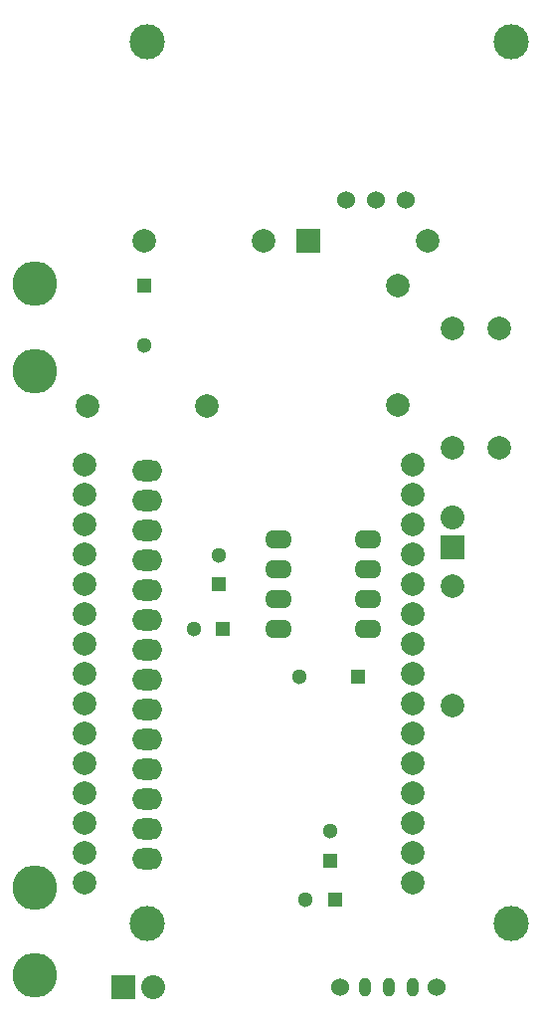
<source format=gbs>
G04 #@! TF.FileFunction,Soldermask,Bot*
%FSLAX46Y46*%
G04 Gerber Fmt 4.6, Leading zero omitted, Abs format (unit mm)*
G04 Created by KiCad (PCBNEW 4.0.2+dfsg1-stable) date Thu 25 May 2017 10:32:05 AM CEST*
%MOMM*%
G01*
G04 APERTURE LIST*
%ADD10C,0.100000*%
%ADD11C,1.998980*%
%ADD12C,2.000000*%
%ADD13O,3.800000X3.800000*%
%ADD14R,1.300000X1.300000*%
%ADD15C,1.300000*%
%ADD16O,1.000000X1.600000*%
%ADD17C,1.524000*%
%ADD18O,2.300000X1.600000*%
%ADD19R,2.000000X2.000000*%
%ADD20R,2.032000X2.032000*%
%ADD21O,2.032000X2.032000*%
%ADD22O,2.600000X1.800000*%
%ADD23C,3.000000*%
G04 APERTURE END LIST*
D10*
D11*
X163830000Y-60960000D03*
X163830000Y-50800000D03*
D12*
X165100000Y-66040000D03*
X165100000Y-68580000D03*
X165100000Y-71120000D03*
X165100000Y-73660000D03*
X165100000Y-76200000D03*
X165100000Y-78740000D03*
X165100000Y-81280000D03*
X165100000Y-83820000D03*
X165100000Y-86360000D03*
X165100000Y-88900000D03*
X165100000Y-91440000D03*
X165100000Y-93980000D03*
X165100000Y-96520000D03*
X165100000Y-99060000D03*
X165100000Y-101600000D03*
X137160000Y-101600000D03*
X137160000Y-99060000D03*
X137160000Y-96520000D03*
X137160000Y-93980000D03*
X137160000Y-91440000D03*
X137160000Y-88900000D03*
X137160000Y-86360000D03*
X137160000Y-83820000D03*
X137160000Y-81280000D03*
X137160000Y-78740000D03*
X137160000Y-76200000D03*
X137160000Y-73660000D03*
X137160000Y-71120000D03*
X137160000Y-68580000D03*
X137160000Y-66040000D03*
D11*
X168500000Y-64580000D03*
X168500000Y-54420000D03*
D13*
X133000000Y-50600000D03*
X133000000Y-58000000D03*
X133000000Y-109400000D03*
X133000000Y-102000000D03*
D14*
X160500000Y-84000000D03*
D15*
X155500000Y-84000000D03*
D11*
X172500000Y-54420000D03*
X172500000Y-64580000D03*
D16*
X163100000Y-110490000D03*
X161100000Y-110490000D03*
X165100000Y-110490000D03*
D17*
X167200000Y-110490000D03*
X159000000Y-110490000D03*
D18*
X153670000Y-72390000D03*
X153670000Y-74930000D03*
X153670000Y-77470000D03*
X153670000Y-80010000D03*
X161290000Y-80010000D03*
X161290000Y-77470000D03*
X161290000Y-74930000D03*
X161290000Y-72390000D03*
D12*
X166370000Y-46990000D03*
D19*
X156210000Y-46990000D03*
D11*
X142240000Y-46990000D03*
X152400000Y-46990000D03*
X147580000Y-61000000D03*
X137420000Y-61000000D03*
D20*
X140500000Y-110490000D03*
D21*
X143040000Y-110490000D03*
D20*
X168500000Y-73000000D03*
D21*
X168500000Y-70460000D03*
D14*
X158500000Y-103000000D03*
D15*
X156000000Y-103000000D03*
D14*
X149000000Y-80000000D03*
D15*
X146500000Y-80000000D03*
D14*
X142240000Y-50800000D03*
D15*
X142240000Y-55800000D03*
D14*
X158115000Y-99695000D03*
D15*
X158115000Y-97195000D03*
D14*
X148590000Y-76200000D03*
D15*
X148590000Y-73700000D03*
D11*
X168500000Y-86500000D03*
X168500000Y-76340000D03*
D22*
X142500000Y-99500000D03*
X142500000Y-96960000D03*
X142500000Y-94420000D03*
X142500000Y-91880000D03*
X142500000Y-89340000D03*
X142500000Y-86800000D03*
X142500000Y-84260000D03*
X142500000Y-81720000D03*
X142500000Y-79180000D03*
X142500000Y-76640000D03*
X142500000Y-74100000D03*
X142500000Y-71560000D03*
X142500000Y-69020000D03*
X142500000Y-66480000D03*
D23*
X142500000Y-104999100D03*
X173500700Y-104999100D03*
X173500700Y-30000520D03*
X142500000Y-30000520D03*
D17*
X162000000Y-43500000D03*
X159460000Y-43500000D03*
X164540000Y-43500000D03*
M02*

</source>
